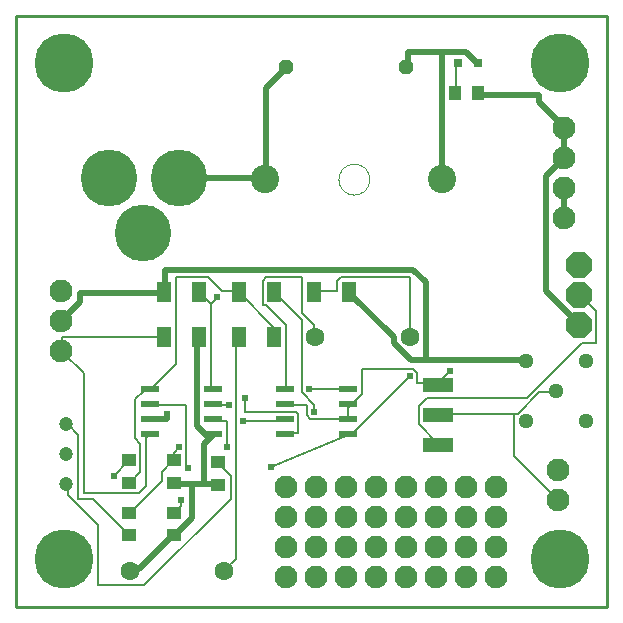
<source format=gtl>
G75*
%MOIN*%
%OFA0B0*%
%FSLAX24Y24*%
%IPPOS*%
%LPD*%
%AMOC8*
5,1,8,0,0,1.08239X$1,22.5*
%
%ADD10C,0.0100*%
%ADD11R,0.0638X0.0236*%
%ADD12R,0.0512X0.0433*%
%ADD13C,0.0472*%
%ADD14C,0.0630*%
%ADD15R,0.0472X0.0669*%
%ADD16C,0.0760*%
%ADD17C,0.0945*%
%ADD18C,0.0000*%
%ADD19C,0.1890*%
%ADD20R,0.0315X0.0315*%
%ADD21R,0.0433X0.0512*%
%ADD22OC8,0.0480*%
%ADD23C,0.0512*%
%ADD24R,0.1000X0.0500*%
%ADD25OC8,0.0850*%
%ADD26C,0.0060*%
%ADD27C,0.0240*%
%ADD28C,0.0200*%
%ADD29C,0.1969*%
D10*
X000150Y000150D02*
X000150Y019835D01*
X019835Y019835D01*
X019835Y000150D01*
X000150Y000150D01*
D11*
X004589Y005900D03*
X004589Y006400D03*
X004589Y006900D03*
X004589Y007400D03*
X006711Y007400D03*
X006711Y006900D03*
X006711Y006400D03*
X006711Y005900D03*
X009089Y005900D03*
X009089Y006400D03*
X009089Y006900D03*
X009089Y007400D03*
X011211Y007400D03*
X011211Y006900D03*
X011211Y006400D03*
X011211Y005900D03*
D12*
X006870Y004964D03*
X006870Y004216D03*
X005400Y004276D03*
X005400Y005024D03*
X003900Y005024D03*
X003900Y004276D03*
X003900Y003274D03*
X003900Y002526D03*
X005400Y002526D03*
X005400Y003274D03*
D13*
X001821Y004241D03*
X001821Y005241D03*
X001821Y006241D03*
D14*
X003930Y001335D03*
X007079Y001335D03*
X010119Y009142D03*
X013268Y009142D03*
D15*
X011241Y010650D03*
X010059Y010650D03*
X008741Y010650D03*
X007559Y010650D03*
X006241Y010650D03*
X005059Y010650D03*
X005059Y009150D03*
X006241Y009150D03*
X007559Y009150D03*
X008741Y009150D03*
D16*
X009150Y004150D03*
X009150Y003150D03*
X009150Y002150D03*
X009150Y001150D03*
X010150Y001150D03*
X010150Y002150D03*
X010150Y003150D03*
X010150Y004150D03*
X011150Y004150D03*
X011150Y003150D03*
X011150Y002150D03*
X011150Y001150D03*
X012150Y001150D03*
X012150Y002150D03*
X012150Y003150D03*
X012150Y004150D03*
X013150Y004150D03*
X013150Y003150D03*
X013150Y002150D03*
X013150Y001150D03*
X014150Y001150D03*
X014150Y002150D03*
X014150Y003150D03*
X014150Y004150D03*
X015150Y004150D03*
X015150Y003150D03*
X015150Y002150D03*
X015150Y001150D03*
X016150Y001150D03*
X016150Y002150D03*
X016150Y003150D03*
X016150Y004150D03*
X018200Y003700D03*
X018200Y004700D03*
X018400Y013100D03*
X018400Y014100D03*
X018400Y015100D03*
X018400Y016100D03*
X001638Y010670D03*
X001638Y009670D03*
X001638Y008670D03*
D17*
X008447Y014400D03*
X014353Y014400D03*
D18*
X010888Y014400D02*
X010890Y014445D01*
X010896Y014489D01*
X010905Y014533D01*
X010919Y014575D01*
X010936Y014616D01*
X010957Y014656D01*
X010981Y014694D01*
X011008Y014729D01*
X011038Y014762D01*
X011071Y014792D01*
X011106Y014819D01*
X011144Y014843D01*
X011184Y014864D01*
X011225Y014881D01*
X011267Y014895D01*
X011311Y014904D01*
X011355Y014910D01*
X011400Y014912D01*
X011445Y014910D01*
X011489Y014904D01*
X011533Y014895D01*
X011575Y014881D01*
X011616Y014864D01*
X011656Y014843D01*
X011694Y014819D01*
X011729Y014792D01*
X011762Y014762D01*
X011792Y014729D01*
X011819Y014694D01*
X011843Y014656D01*
X011864Y014616D01*
X011881Y014575D01*
X011895Y014533D01*
X011904Y014489D01*
X011910Y014445D01*
X011912Y014400D01*
X011910Y014355D01*
X011904Y014311D01*
X011895Y014267D01*
X011881Y014225D01*
X011864Y014184D01*
X011843Y014144D01*
X011819Y014106D01*
X011792Y014071D01*
X011762Y014038D01*
X011729Y014008D01*
X011694Y013981D01*
X011656Y013957D01*
X011616Y013936D01*
X011575Y013919D01*
X011533Y013905D01*
X011489Y013896D01*
X011445Y013890D01*
X011400Y013888D01*
X011355Y013890D01*
X011311Y013896D01*
X011267Y013905D01*
X011225Y013919D01*
X011184Y013936D01*
X011144Y013957D01*
X011106Y013981D01*
X011071Y014008D01*
X011038Y014038D01*
X011008Y014071D01*
X010981Y014106D01*
X010957Y014144D01*
X010936Y014184D01*
X010919Y014225D01*
X010905Y014267D01*
X010896Y014311D01*
X010890Y014355D01*
X010888Y014400D01*
D19*
X005557Y014439D03*
X004376Y012589D03*
X003235Y014439D03*
D20*
X014875Y018270D03*
X015525Y018270D03*
D21*
X015524Y017275D03*
X014776Y017275D03*
D22*
X013150Y018150D03*
X009150Y018150D03*
D23*
X017150Y008350D03*
X018150Y007350D03*
X017150Y006350D03*
X019150Y006350D03*
X019150Y008350D03*
D24*
X014205Y007536D03*
X014205Y006536D03*
X014205Y005536D03*
D25*
X018900Y009550D03*
X018900Y010550D03*
X018900Y011550D03*
D26*
X018900Y010550D02*
X018930Y010544D01*
X019461Y010012D01*
X019461Y008949D01*
X018989Y008949D01*
X017158Y007119D01*
X013851Y007119D01*
X013556Y006823D01*
X013556Y006233D01*
X014205Y005583D01*
X014205Y005536D01*
X014205Y006536D02*
X014205Y006587D01*
X016744Y006587D01*
X016744Y005170D01*
X018162Y003752D01*
X018200Y003700D01*
X016863Y006587D02*
X016744Y006587D01*
X016863Y006587D02*
X017571Y007296D01*
X018103Y007296D01*
X018150Y007350D01*
X014619Y008004D02*
X014205Y007591D01*
X014205Y007536D01*
X014205Y007591D02*
X013496Y007591D01*
X013496Y007945D01*
X013378Y008063D01*
X011666Y008063D01*
X011666Y007237D01*
X011193Y006764D01*
X011193Y006410D01*
X011211Y006400D01*
X011193Y006410D02*
X009953Y006410D01*
X009835Y006528D01*
X009835Y006882D01*
X009126Y006882D01*
X009089Y006900D01*
X009481Y006646D02*
X009540Y006587D01*
X009540Y005937D01*
X009126Y005937D01*
X009089Y005900D01*
X009067Y006351D02*
X009089Y006400D01*
X009067Y006351D02*
X007709Y006351D01*
X007768Y006646D02*
X007768Y007119D01*
X007768Y006646D02*
X009481Y006646D01*
X010071Y006646D02*
X010071Y006882D01*
X009658Y007296D01*
X009658Y009717D01*
X008772Y010603D01*
X008741Y010650D01*
X008359Y011016D02*
X008477Y011134D01*
X009658Y011134D01*
X009658Y009953D01*
X010071Y009540D01*
X010071Y009185D01*
X010119Y009142D01*
X009126Y009540D02*
X008477Y010189D01*
X008359Y010189D01*
X008359Y011016D01*
X007591Y010603D02*
X007559Y010650D01*
X007532Y010662D01*
X007000Y010662D01*
X006528Y011134D01*
X005465Y011134D01*
X005465Y008241D01*
X004638Y007414D01*
X004589Y007400D01*
X004579Y007355D01*
X004402Y007355D01*
X004107Y007059D01*
X004107Y005760D01*
X004284Y005583D01*
X004284Y004638D01*
X003930Y004284D01*
X003900Y004276D01*
X004225Y003930D02*
X002394Y003930D01*
X002394Y007945D01*
X001685Y008654D01*
X001638Y008670D01*
X001685Y008713D01*
X001685Y009126D01*
X005052Y009126D01*
X005059Y009150D01*
X006292Y010603D02*
X006241Y010650D01*
X006292Y010603D02*
X006646Y010248D01*
X006823Y010426D01*
X006823Y010485D01*
X006646Y010248D02*
X006646Y007473D01*
X006705Y007414D01*
X006711Y007400D01*
X006711Y006900D02*
X006764Y006882D01*
X007237Y006882D01*
X007178Y006351D02*
X006764Y006351D01*
X006711Y006400D01*
X007178Y006351D02*
X007178Y005465D01*
X006870Y004964D02*
X006882Y004933D01*
X007296Y004520D01*
X007296Y003752D01*
X004402Y000859D01*
X002867Y000859D01*
X002867Y002867D01*
X001863Y003870D01*
X001863Y004225D01*
X001821Y004241D01*
X002217Y003752D02*
X002217Y005878D01*
X001863Y006233D01*
X001821Y006241D01*
X003398Y004520D02*
X003870Y004993D01*
X003900Y005024D01*
X004461Y005760D02*
X004461Y004166D01*
X004225Y003930D01*
X003930Y003280D02*
X003900Y003274D01*
X003930Y003280D02*
X004993Y004343D01*
X004993Y004638D01*
X005347Y004993D01*
X005400Y005024D01*
X005406Y005052D01*
X005406Y005288D01*
X005583Y005465D01*
X005819Y004815D02*
X005878Y004756D01*
X005819Y004815D02*
X005819Y006882D01*
X004638Y006882D01*
X004589Y006900D01*
X004589Y005900D02*
X004579Y005878D01*
X004461Y005760D01*
X005642Y003693D02*
X005642Y003516D01*
X005400Y003274D01*
X003900Y002526D02*
X003870Y002571D01*
X002689Y003752D01*
X002217Y003752D01*
X007079Y001335D02*
X007119Y001390D01*
X007473Y001744D01*
X007473Y009067D01*
X007532Y009126D01*
X007559Y009150D01*
X008713Y009185D02*
X008741Y009150D01*
X008713Y009185D02*
X008713Y009481D01*
X007591Y010603D01*
X009126Y009540D02*
X009126Y007414D01*
X009089Y007400D01*
X009894Y007414D02*
X011193Y007414D01*
X011211Y007400D01*
X011211Y006900D02*
X011193Y006882D01*
X011193Y006764D01*
X011252Y005937D02*
X011211Y005900D01*
X011193Y005878D01*
X008630Y004815D01*
X011252Y005937D02*
X011370Y005937D01*
X013260Y007827D01*
X013268Y009142D02*
X013260Y009185D01*
X013260Y011134D01*
X010957Y011134D01*
X010839Y011016D01*
X010839Y010662D01*
X010071Y010662D01*
X010059Y010650D01*
X014776Y017275D02*
X014796Y017276D01*
X014796Y018162D01*
X014855Y018221D01*
X014875Y018270D01*
D27*
X006823Y010485D03*
X009894Y007414D03*
X010071Y006646D03*
X008630Y004815D03*
X007709Y006351D03*
X007237Y006882D03*
X007768Y007119D03*
X007178Y005465D03*
X005878Y004756D03*
X005583Y005465D03*
X005170Y006587D03*
X003398Y004520D03*
X005642Y003693D03*
X013260Y007827D03*
X014619Y008004D03*
D28*
X013792Y008359D02*
X013792Y010957D01*
X013378Y011370D01*
X005111Y011370D01*
X005111Y010721D01*
X005059Y010650D01*
X005052Y010603D01*
X002276Y010603D01*
X002276Y010307D01*
X001638Y009670D01*
X004589Y006400D02*
X004638Y006410D01*
X005170Y006410D01*
X005170Y006587D01*
X006174Y006174D02*
X006528Y005819D01*
X006711Y005900D01*
X006705Y005878D01*
X006410Y005583D01*
X006410Y004225D01*
X005996Y004225D01*
X005996Y003103D01*
X005465Y002571D01*
X005400Y002526D01*
X005347Y002512D01*
X004225Y001390D01*
X003930Y001390D01*
X003930Y001335D01*
X005406Y004225D02*
X005400Y004276D01*
X005406Y004225D02*
X005996Y004225D01*
X006410Y004225D02*
X006823Y004225D01*
X006870Y004216D01*
X006174Y006174D02*
X006174Y009067D01*
X006233Y009126D01*
X006241Y009150D01*
X011252Y010603D02*
X011241Y010650D01*
X011252Y010603D02*
X012729Y009126D01*
X012729Y008949D01*
X013319Y008359D01*
X013792Y008359D01*
X017099Y008359D01*
X017150Y008350D01*
X018900Y009550D02*
X018870Y009599D01*
X017807Y010662D01*
X017807Y014500D01*
X018339Y015032D01*
X018400Y015100D01*
X018398Y015150D01*
X018398Y016036D01*
X018400Y016100D01*
X018398Y016154D01*
X017571Y016981D01*
X017571Y017217D01*
X015563Y017217D01*
X015524Y017275D01*
X015525Y018270D02*
X015504Y018280D01*
X015150Y018634D01*
X014323Y018634D01*
X014323Y014441D01*
X014353Y014400D01*
X013201Y018162D02*
X013150Y018150D01*
X013201Y018162D02*
X013201Y018634D01*
X014323Y018634D01*
X018400Y014100D02*
X018398Y014087D01*
X018398Y013142D01*
X018400Y013100D01*
X009126Y018103D02*
X009150Y018150D01*
X009126Y018103D02*
X008477Y017453D01*
X008477Y014441D01*
X008447Y014400D01*
X008359Y014441D01*
X005583Y014441D01*
X005557Y014439D01*
D29*
X001725Y018260D03*
X001725Y001725D03*
X018260Y001725D03*
X018260Y018260D03*
M02*

</source>
